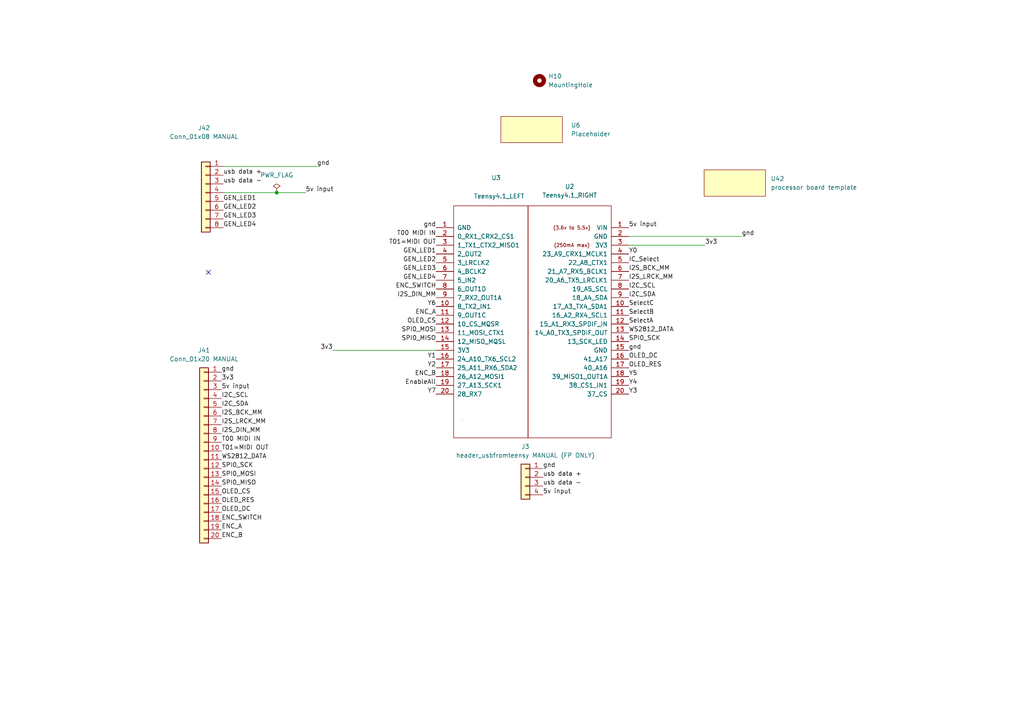
<source format=kicad_sch>
(kicad_sch (version 20211123) (generator eeschema)
  (paper "A4")
  (lib_symbols
    (symbol "Connector_Generic:Conn_01x04" (pin_names (offset 1.016) hide)
      (property "Reference" "J" (at 0 5.08 0))
      (property "Value" "Conn_01x04" (at 0 -7.62 0))
      (symbol "Conn_01x04_1_1"
        (rectangle (start -1.27 -4.953) (end 0 -5.207) (stroke (width 0.1524)))
        (rectangle (start -1.27 -2.413) (end 0 -2.667) (stroke (width 0.1524)))
        (rectangle (start -1.27 0.127) (end 0 -0.127) (stroke (width 0.1524)))
        (rectangle (start -1.27 2.667) (end 0 2.413) (stroke (width 0.1524)))
        (rectangle (start -1.27 3.81) (end 1.27 -6.35) (stroke (width 0.254)) (fill (type background)))
        (pin passive line (at -5.08 2.54 0) (length 3.81) (name "Pin_1") (number "1"))
        (pin passive line (at -5.08 0 0) (length 3.81) (name "Pin_2") (number "2"))
        (pin passive line (at -5.08 -2.54 0) (length 3.81) (name "Pin_3") (number "3"))
        (pin passive line (at -5.08 -5.08 0) (length 3.81) (name "Pin_4") (number "4"))
      )
    )
    (symbol "Connector_Generic:Conn_01x08" (pin_names (offset 1.016) hide)
      (property "Reference" "J" (at 0 10.16 0))
      (property "Value" "Conn_01x08" (at 0 -12.7 0))
      (symbol "Conn_01x08_1_1"
        (rectangle (start -1.27 -10.033) (end 0 -10.287) (stroke (width 0.1524)))
        (rectangle (start -1.27 -7.493) (end 0 -7.747) (stroke (width 0.1524)))
        (rectangle (start -1.27 -4.953) (end 0 -5.207) (stroke (width 0.1524)))
        (rectangle (start -1.27 -2.413) (end 0 -2.667) (stroke (width 0.1524)))
        (rectangle (start -1.27 0.127) (end 0 -0.127) (stroke (width 0.1524)))
        (rectangle (start -1.27 2.667) (end 0 2.413) (stroke (width 0.1524)))
        (rectangle (start -1.27 5.207) (end 0 4.953) (stroke (width 0.1524)))
        (rectangle (start -1.27 7.747) (end 0 7.493) (stroke (width 0.1524)))
        (rectangle (start -1.27 8.89) (end 1.27 -11.43) (stroke (width 0.254)) (fill (type background)))
        (pin passive line (at -5.08 7.62 0) (length 3.81) (name "Pin_1") (number "1"))
        (pin passive line (at -5.08 5.08 0) (length 3.81) (name "Pin_2") (number "2"))
        (pin passive line (at -5.08 2.54 0) (length 3.81) (name "Pin_3") (number "3"))
        (pin passive line (at -5.08 0 0) (length 3.81) (name "Pin_4") (number "4"))
        (pin passive line (at -5.08 -2.54 0) (length 3.81) (name "Pin_5") (number "5"))
        (pin passive line (at -5.08 -5.08 0) (length 3.81) (name "Pin_6") (number "6"))
        (pin passive line (at -5.08 -7.62 0) (length 3.81) (name "Pin_7") (number "7"))
        (pin passive line (at -5.08 -10.16 0) (length 3.81) (name "Pin_8") (number "8"))
      )
    )
    (symbol "Connector_Generic:Conn_01x20" (pin_names (offset 1.016) hide)
      (property "Reference" "J" (at 0 25.4 0))
      (property "Value" "Conn_01x20" (at 0 -27.94 0))
      (symbol "Conn_01x20_1_1"
        (rectangle (start -1.27 -25.273) (end 0 -25.527) (stroke (width 0.1524)))
        (rectangle (start -1.27 -22.733) (end 0 -22.987) (stroke (width 0.1524)))
        (rectangle (start -1.27 -20.193) (end 0 -20.447) (stroke (width 0.1524)))
        (rectangle (start -1.27 -17.653) (end 0 -17.907) (stroke (width 0.1524)))
        (rectangle (start -1.27 -15.113) (end 0 -15.367) (stroke (width 0.1524)))
        (rectangle (start -1.27 -12.573) (end 0 -12.827) (stroke (width 0.1524)))
        (rectangle (start -1.27 -10.033) (end 0 -10.287) (stroke (width 0.1524)))
        (rectangle (start -1.27 -7.493) (end 0 -7.747) (stroke (width 0.1524)))
        (rectangle (start -1.27 -4.953) (end 0 -5.207) (stroke (width 0.1524)))
        (rectangle (start -1.27 -2.413) (end 0 -2.667) (stroke (width 0.1524)))
        (rectangle (start -1.27 0.127) (end 0 -0.127) (stroke (width 0.1524)))
        (rectangle (start -1.27 2.667) (end 0 2.413) (stroke (width 0.1524)))
        (rectangle (start -1.27 5.207) (end 0 4.953) (stroke (width 0.1524)))
        (rectangle (start -1.27 7.747) (end 0 7.493) (stroke (width 0.1524)))
        (rectangle (start -1.27 10.287) (end 0 10.033) (stroke (width 0.1524)))
        (rectangle (start -1.27 12.827) (end 0 12.573) (stroke (width 0.1524)))
        (rectangle (start -1.27 15.367) (end 0 15.113) (stroke (width 0.1524)))
        (rectangle (start -1.27 17.907) (end 0 17.653) (stroke (width 0.1524)))
        (rectangle (start -1.27 20.447) (end 0 20.193) (stroke (width 0.1524)))
        (rectangle (start -1.27 22.987) (end 0 22.733) (stroke (width 0.1524)))
        (rectangle (start -1.27 24.13) (end 1.27 -26.67) (stroke (width 0.254)) (fill (type background)))
        (pin passive line (at -5.08 22.86 0) (length 3.81) (name "Pin_1") (number "1"))
        (pin passive line (at -5.08 0 0) (length 3.81) (name "Pin_10") (number "10"))
        (pin passive line (at -5.08 -2.54 0) (length 3.81) (name "Pin_11") (number "11"))
        (pin passive line (at -5.08 -5.08 0) (length 3.81) (name "Pin_12") (number "12"))
        (pin passive line (at -5.08 -7.62 0) (length 3.81) (name "Pin_13") (number "13"))
        (pin passive line (at -5.08 -10.16 0) (length 3.81) (name "Pin_14") (number "14"))
        (pin passive line (at -5.08 -12.7 0) (length 3.81) (name "Pin_15") (number "15"))
        (pin passive line (at -5.08 -15.24 0) (length 3.81) (name "Pin_16") (number "16"))
        (pin passive line (at -5.08 -17.78 0) (length 3.81) (name "Pin_17") (number "17"))
        (pin passive line (at -5.08 -20.32 0) (length 3.81) (name "Pin_18") (number "18"))
        (pin passive line (at -5.08 -22.86 0) (length 3.81) (name "Pin_19") (number "19"))
        (pin passive line (at -5.08 20.32 0) (length 3.81) (name "Pin_2") (number "2"))
        (pin passive line (at -5.08 -25.4 0) (length 3.81) (name "Pin_20") (number "20"))
        (pin passive line (at -5.08 17.78 0) (length 3.81) (name "Pin_3") (number "3"))
        (pin passive line (at -5.08 15.24 0) (length 3.81) (name "Pin_4") (number "4"))
        (pin passive line (at -5.08 12.7 0) (length 3.81) (name "Pin_5") (number "5"))
        (pin passive line (at -5.08 10.16 0) (length 3.81) (name "Pin_6") (number "6"))
        (pin passive line (at -5.08 7.62 0) (length 3.81) (name "Pin_7") (number "7"))
        (pin passive line (at -5.08 5.08 0) (length 3.81) (name "Pin_8") (number "8"))
        (pin passive line (at -5.08 2.54 0) (length 3.81) (name "Pin_9") (number "9"))
      )
    )
    (symbol "Mechanical:MountingHole" (pin_names (offset 1.016))
      (property "Reference" "H" (at 0 5.08 0))
      (property "Value" "MountingHole" (at 0 3.175 0))
      (symbol "MountingHole_0_1"
        (circle (center 0 0) (radius 1.27) (stroke (width 1.27)))
      )
    )
    (symbol "clarinoid2:Placeholder" (in_bom no)
      (property "Reference" "U" (at 0 0 0))
      (property "Value" "Placeholder" (at 0 -1.27 0))
      (symbol "Placeholder_0_1"
        (rectangle (start -8.89 2.54) (end 8.89 -5.08) (fill (type background)))
      )
    )
    (symbol "clarinoid2:Teensy4.1_LEFT_20p" (pin_names (offset 1.016))
      (property "Reference" "U" (at -11.43 64.77 0))
      (property "Value" "Teensy4.1_LEFT_20p" (at -11.43 62.23 0))
      (symbol "Teensy4.1_LEFT_20p_0_0"
        (pin bidirectional line (at -27.94 31.75 0) (length 5.08) (name "8_TX2_IN1") (number "10"))
        (pin bidirectional line (at -27.94 29.21 0) (length 5.08) (name "9_OUT1C") (number "11"))
        (pin bidirectional line (at -27.94 26.67 0) (length 5.08) (name "10_CS_MQSR") (number "12"))
        (pin bidirectional line (at -27.94 24.13 0) (length 5.08) (name "11_MOSI_CTX1") (number "13"))
        (pin bidirectional line (at -27.94 21.59 0) (length 5.08) (name "12_MISO_MQSL") (number "14"))
        (pin bidirectional line (at -27.94 19.05 0) (length 5.08) (name "3V3") (number "15"))
        (pin bidirectional line (at -27.94 16.51 0) (length 5.08) (name "24_A10_TX6_SCL2") (number "16"))
        (pin bidirectional line (at -27.94 13.97 0) (length 5.08) (name "25_A11_RX6_SDA2") (number "17"))
        (pin bidirectional line (at -27.94 11.43 0) (length 5.08) (name "26_A12_MOSI1") (number "18"))
        (pin bidirectional line (at -27.94 8.89 0) (length 5.08) (name "27_A13_SCK1") (number "19"))
        (pin bidirectional line (at -27.94 6.35 0) (length 5.08) (name "28_RX7") (number "20"))
        (pin bidirectional line (at -27.94 44.45 0) (length 5.08) (name "3_LRCLK2") (number "5"))
        (pin bidirectional line (at -27.94 41.91 0) (length 5.08) (name "4_BCLK2") (number "6"))
        (pin bidirectional line (at -27.94 39.37 0) (length 5.08) (name "5_IN2") (number "7"))
        (pin bidirectional line (at -27.94 36.83 0) (length 5.08) (name "6_OUT1D") (number "8"))
        (pin bidirectional line (at -27.94 34.29 0) (length 5.08) (name "7_RX2_OUT1A") (number "9"))
      )
      (symbol "Teensy4.1_LEFT_20p_0_1"
        (rectangle (start -22.86 60.96) (end -1.27 -6.35))
        (rectangle (start -20.32 -1.27) (end -20.32 -1.27))
      )
      (symbol "Teensy4.1_LEFT_20p_1_1"
        (pin bidirectional line (at -27.94 54.61 0) (length 5.08) (name "GND") (number "1"))
        (pin bidirectional line (at -27.94 52.07 0) (length 5.08) (name "0_RX1_CRX2_CS1") (number "2"))
        (pin bidirectional line (at -27.94 49.53 0) (length 5.08) (name "1_TX1_CTX2_MISO1") (number "3"))
        (pin bidirectional line (at -27.94 46.99 0) (length 5.08) (name "2_OUT2") (number "4"))
      )
    )
    (symbol "clarinoid2:Teensy4.1_RIGHT_20p" (pin_names (offset 1.016))
      (property "Reference" "U" (at 11.43 64.77 0))
      (property "Value" "Teensy4.1_RIGHT_20p" (at 11.43 62.23 0))
      (symbol "Teensy4.1_RIGHT_20p_0_0"
        (text "(250mA max)" (at 11.43 49.53 0) (effects (font (size 1.016 1.016))))
        (text "(3.6v to 5.5v)" (at 11.43 54.61 0) (effects (font (size 1.016 1.016))))
        (pin power_in line (at 27.94 54.61 180) (length 5.08) (name "VIN") (number "1"))
        (pin bidirectional line (at 27.94 31.75 180) (length 5.08) (name "17_A3_TX4_SDA1") (number "10"))
        (pin bidirectional line (at 27.94 29.21 180) (length 5.08) (name "16_A2_RX4_SCL1") (number "11"))
        (pin bidirectional line (at 27.94 26.67 180) (length 5.08) (name "15_A1_RX3_SPDIF_IN") (number "12"))
        (pin bidirectional line (at 27.94 24.13 180) (length 5.08) (name "14_A0_TX3_SPDIF_OUT") (number "13"))
        (pin bidirectional line (at 27.94 21.59 180) (length 5.08) (name "13_SCK_LED") (number "14"))
        (pin bidirectional line (at 27.94 16.51 180) (length 5.08) (name "41_A17") (number "16"))
        (pin bidirectional line (at 27.94 13.97 180) (length 5.08) (name "40_A16") (number "17"))
        (pin bidirectional line (at 27.94 11.43 180) (length 5.08) (name "39_MISO1_OUT1A") (number "18"))
        (pin bidirectional line (at 27.94 8.89 180) (length 5.08) (name "38_CS1_IN1") (number "19"))
        (pin bidirectional line (at 27.94 52.07 180) (length 5.08) (name "GND") (number "2"))
        (pin bidirectional line (at 27.94 6.35 180) (length 5.08) (name "37_CS") (number "20"))
        (pin bidirectional line (at 27.94 49.53 180) (length 5.08) (name "3V3") (number "3"))
        (pin bidirectional line (at 27.94 46.99 180) (length 5.08) (name "23_A9_CRX1_MCLK1") (number "4"))
        (pin bidirectional line (at 27.94 44.45 180) (length 5.08) (name "22_A8_CTX1") (number "5"))
        (pin bidirectional line (at 27.94 41.91 180) (length 5.08) (name "21_A7_RX5_BCLK1") (number "6"))
        (pin bidirectional line (at 27.94 39.37 180) (length 5.08) (name "20_A6_TX5_LRCLK1") (number "7"))
        (pin bidirectional line (at 27.94 36.83 180) (length 5.08) (name "19_A5_SCL") (number "8"))
        (pin bidirectional line (at 27.94 34.29 180) (length 5.08) (name "18_A4_SDA") (number "9"))
      )
      (symbol "Teensy4.1_RIGHT_20p_0_1"
        (rectangle (start -1.27 60.96) (end 22.86 -6.35))
      )
      (symbol "Teensy4.1_RIGHT_20p_1_1"
        (pin bidirectional line (at 27.94 19.05 180) (length 5.08) (name "GND") (number "15"))
      )
    )
    (symbol "power:PWR_FLAG" (power) (pin_numbers hide) (pin_names (offset 0) hide)
      (property "Value" "PWR_FLAG" (at 0 3.81 0))
      (symbol "PWR_FLAG_0_0"
        (pin power_out line (at 0 0 90) (length 0) (name "pwr") (number "1"))
      )
      (symbol "PWR_FLAG_0_1"
        (polyline (pts (xy 0 0) (xy 0 1.27) (xy -1.016 1.905) (xy 0 2.54) (xy 1.016 1.905) (xy 0 1.27)))
      )
    )
  )
  (junction (at 80.264 55.88))
  (no_connect (at 60.452 78.994))
  (wire (pts (xy 96.52 101.6) (xy 126.492 101.6)))
  (wire (pts (xy 80.264 55.88) (xy 64.77 55.88)))
  (wire (pts (xy 182.372 68.58) (xy 215.138 68.58)))
  (wire (pts (xy 88.646 55.88) (xy 80.264 55.88)))
  (wire (pts (xy 64.77 48.26) (xy 91.948 48.26)))
  (wire (pts (xy 182.372 71.12) (xy 204.47 71.12)))
  (label "3v3" (at 64.262 110.49 0))
  (label "T01=MIDI OUT" (at 126.492 71.12 180))
  (label "SPI0_MISO" (at 126.492 99.06 180))
  (label "I2S_DIN_MM" (at 64.262 125.73 0))
  (label "gnd" (at 215.138 68.58 0))
  (label "GEN_LED2" (at 64.77 60.96 0))
  (label "Y1" (at 126.492 104.14 180))
  (label "WS2812_DATA" (at 64.262 133.35 0))
  (label "GEN_LED3" (at 126.492 78.74 180))
  (label "SPI0_SCK" (at 64.262 135.89 0))
  (label "gnd" (at 157.48 135.89 0))
  (label "SelectB" (at 182.372 91.44 0))
  (label "Y2" (at 126.492 106.68 180))
  (label "GEN_LED1" (at 126.492 73.66 180))
  (label "I2C_SCL" (at 64.262 115.57 0))
  (label "I2S_BCK_MM" (at 182.372 78.74 0))
  (label "I2S_BCK_MM" (at 64.262 120.65 0))
  (label "3v3" (at 204.47 71.12 0))
  (label "T00 MIDI IN" (at 126.492 68.58 180))
  (label "T00 MIDI IN" (at 64.262 128.27 0))
  (label "OLED_CS" (at 126.492 93.98 180))
  (label "GEN_LED4" (at 64.77 66.04 0))
  (label "OLED_DC" (at 64.262 148.59 0))
  (label "OLED_CS" (at 64.262 143.51 0))
  (label "SPI0_MOSI" (at 126.492 96.52 180))
  (label "gnd" (at 182.372 101.6 0))
  (label "I2S_DIN_MM" (at 126.492 86.36 180))
  (label "IC_Select" (at 182.372 76.2 0))
  (label "ENC_A" (at 64.262 153.67 0))
  (label "ENC_SWITCH" (at 126.492 83.82 180))
  (label "I2S_LRCK_MM" (at 182.372 81.28 0))
  (label "WS2812_DATA" (at 182.372 96.52 0))
  (label "I2S_LRCK_MM" (at 64.262 123.19 0))
  (label "gnd" (at 126.492 66.04 180))
  (label "Y6" (at 126.492 88.9 180))
  (label "5v input" (at 88.646 55.88 0))
  (label "Y3" (at 182.372 114.3 0))
  (label "Y7" (at 126.492 114.3 180))
  (label "5v input" (at 182.372 66.04 0))
  (label "5v input" (at 157.48 143.51 0))
  (label "Y0" (at 182.372 73.66 0))
  (label "SelectC" (at 182.372 88.9 0))
  (label "SPI0_MOSI" (at 64.262 138.43 0))
  (label "gnd" (at 91.948 48.26 0))
  (label "SelectA" (at 182.372 93.98 0))
  (label "GEN_LED3" (at 64.77 63.5 0))
  (label "GEN_LED4" (at 126.492 81.28 180))
  (label "5v input" (at 64.262 113.03 0))
  (label "usb data -" (at 157.48 140.97 0))
  (label "I2C_SCL" (at 182.372 83.82 0))
  (label "OLED_DC" (at 182.372 104.14 0))
  (label "ENC_A" (at 126.492 91.44 180))
  (label "ENC_SWITCH" (at 64.262 151.13 0))
  (label "T01=MIDI OUT" (at 64.262 130.81 0))
  (label "GEN_LED1" (at 64.77 58.42 0))
  (label "ENC_B" (at 126.492 109.22 180))
  (label "I2C_SDA" (at 182.372 86.36 0))
  (label "I2C_SDA" (at 64.262 118.11 0))
  (label "SPI0_SCK" (at 182.372 99.06 0))
  (label "GEN_LED2" (at 126.492 76.2 180))
  (label "3v3" (at 96.52 101.6 180))
  (label "OLED_RES" (at 182.372 106.68 0))
  (label "Y5" (at 182.372 109.22 0))
  (label "Y4" (at 182.372 111.76 0))
  (label "usb data -" (at 64.77 53.34 0))
  (label "ENC_B" (at 64.262 156.21 0))
  (label "usb data +" (at 64.77 50.8 0))
  (label "gnd" (at 64.262 107.95 0))
  (label "usb data +" (at 157.48 138.43 0))
  (label "EnableAll" (at 126.492 111.76 180))
  (label "OLED_RES" (at 64.262 146.05 0))
  (label "SPI0_MISO" (at 64.262 140.97 0))
  (symbol (lib_id "Mechanical:MountingHole") (at 156.464 23.368 0) (unit 1)
    (property "Reference" "H10" (at 159.004 22.0979 0) (effects (justify left)))
    (property "Value" "MountingHole" (at 159.004 24.6379 0) (effects (justify left)))
    (property "Footprint" "MountingHole:MountingHole_3.2mm_M3" (effects hide))
    (property "MANUFACTURER" "Wurth" (effects hide))
    (property "verif" "1" (effects hide))
  )
  (symbol (lib_id "Connector_Generic:Conn_01x20") (at 59.182 130.81 0) (mirror y) (unit 1) (in_bom no)
    (property "Reference" "J41" (at 59.182 101.6 0))
    (property "Value" "Conn_01x20 MANUAL" (at 59.182 104.14 0))
    (property "Footprint" "Connector_PinHeader_2.54mm:PinHeader_1x20_P2.54mm_Vertical" (effects hide))
    (property "verif" "1" (effects hide))
  )
  (symbol (lib_id "clarinoid2:Teensy4.1_RIGHT_20p") (at 154.432 120.65 0) (unit 1)
    (property "Reference" "U2" (at 165.227 54.102 0))
    (property "Value" "Teensy4.1_RIGHT" (at 165.227 56.642 0))
    (property "Footprint" "Connector_PinSocket_2.54mm:PinSocket_1x20_P2.54mm_Vertical" (effects hide))
    (property "LCSC part number" "C50984" (effects hide))
    (property "verif" "1" (effects hide))
    (property "LCSC" "C50984" (effects hide))
  )
  (symbol (lib_id "clarinoid2:Teensy4.1_LEFT_20p") (at 154.432 120.65 0) (unit 1)
    (property "Reference" "U3" (at 142.494 51.562 0) (effects (justify left)))
    (property "Value" "Teensy4.1_LEFT" (at 137.414 56.896 0) (effects (justify left)))
    (property "Footprint" "Connector_PinSocket_2.54mm:PinSocket_1x20_P2.54mm_Vertical" (effects hide))
    (property "LCSC part number" "C50984" (effects hide))
    (property "verif" "1" (effects hide))
    (property "LCSC" "C50984" (effects hide))
  )
  (symbol (lib_id "Connector_Generic:Conn_01x08") (at 59.69 55.88 0) (mirror y) (unit 1) (in_bom no)
    (property "Reference" "J42" (at 59.182 37.084 0))
    (property "Value" "Conn_01x08 MANUAL" (at 59.182 39.624 0))
    (property "Footprint" "Connector_PinHeader_2.54mm:PinHeader_1x08_P2.54mm_Vertical" (effects hide))
    (property "verif" "1" (effects hide))
  )
  (symbol (lib_id "power:PWR_FLAG") (at 80.264 55.88 0) (unit 1)
    (property "Reference" "#FLG0107" (effects hide))
    (property "Value" "PWR_FLAG" (at 80.264 50.8 0))
  )
  (symbol (lib_id "Connector_Generic:Conn_01x04") (at 152.4 138.43 0) (mirror y) (unit 1) (in_bom no)
    (property "Reference" "J3" (at 152.4 129.54 0))
    (property "Value" "header_usbfromteensy MANUAL (FP ONLY)" (at 152.4 132.08 0))
    (property "Footprint" "Connector_PinHeader_2.54mm:PinHeader_1x04_P2.54mm_Vertical" (effects hide))
    (property "verif" "1" (effects hide))
  )
  (symbol (lib_id "clarinoid2:Placeholder") (at 154.178 36.322 0) (unit 1) (in_bom no)
    (property "Reference" "U6" (at 165.608 36.3219 0) (effects (justify left)))
    (property "Value" "Placeholder" (at 165.608 38.8619 0) (effects (justify left)))
    (property "Footprint" "clarinoid2:Teensy41_graphic" (effects hide))
    (property "verif" "1" (effects hide))
  )
  (symbol (lib_id "clarinoid2:Placeholder") (at 213.106 51.816 0) (unit 1) (in_bom no)
    (property "Reference" "U42" (at 223.52 51.8159 0) (effects (justify left)))
    (property "Value" "processor board template" (at 223.52 54.3559 0) (effects (justify left)))
    (property "Footprint" "clarinoid2:dev board processor subboard template" (effects hide))
    (property "verif" "1" (effects hide))
  )
)
</source>
